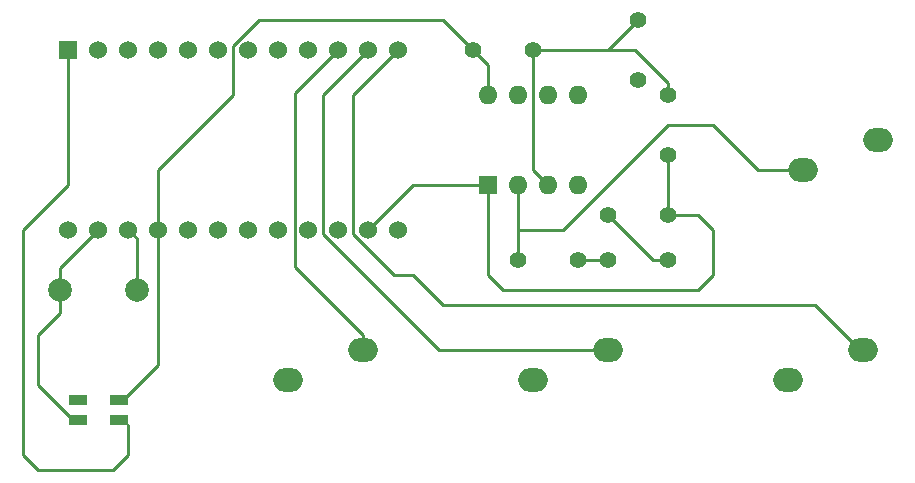
<source format=gbr>
G04 #@! TF.GenerationSoftware,KiCad,Pcbnew,(5.1.2)-1*
G04 #@! TF.CreationDate,2019-05-14T15:55:12+09:00*
G04 #@! TF.ProjectId,pcb,7063622e-6b69-4636-9164-5f7063625858,rev?*
G04 #@! TF.SameCoordinates,Original*
G04 #@! TF.FileFunction,Copper,L1,Top*
G04 #@! TF.FilePolarity,Positive*
%FSLAX46Y46*%
G04 Gerber Fmt 4.6, Leading zero omitted, Abs format (unit mm)*
G04 Created by KiCad (PCBNEW (5.1.2)-1) date 2019-05-14 15:55:12*
%MOMM*%
%LPD*%
G04 APERTURE LIST*
%ADD10C,1.524000*%
%ADD11R,1.524000X1.524000*%
%ADD12O,2.500000X2.000000*%
%ADD13O,1.600000X1.600000*%
%ADD14R,1.600000X1.600000*%
%ADD15C,2.000000*%
%ADD16C,1.397000*%
%ADD17R,1.600000X0.850000*%
%ADD18C,0.250000*%
G04 APERTURE END LIST*
D10*
X62230000Y-157460000D03*
X59690000Y-157460000D03*
X57150000Y-157460000D03*
X54610000Y-157460000D03*
X52070000Y-157460000D03*
X49530000Y-157460000D03*
X46990000Y-157460000D03*
X44450000Y-157460000D03*
X41910000Y-157460000D03*
X39370000Y-157460000D03*
X36830000Y-157460000D03*
X34290000Y-157460000D03*
X62230000Y-142220000D03*
X59690000Y-142220000D03*
X57150000Y-142220000D03*
X54610000Y-142220000D03*
X52070000Y-142220000D03*
X49530000Y-142220000D03*
X46990000Y-142220000D03*
X44450000Y-142220000D03*
X41910000Y-142220000D03*
X39370000Y-142220000D03*
X36830000Y-142220000D03*
D11*
X34290000Y-142220000D03*
D12*
X102870000Y-149860000D03*
X96520000Y-152400000D03*
D13*
X69850000Y-146050000D03*
X77470000Y-153670000D03*
X72390000Y-146050000D03*
X74930000Y-153670000D03*
X74930000Y-146050000D03*
X72390000Y-153670000D03*
X77470000Y-146050000D03*
D14*
X69850000Y-153670000D03*
D12*
X52920000Y-170180000D03*
X59270000Y-167640000D03*
X73660000Y-170180000D03*
X80010000Y-167640000D03*
X95250000Y-170180000D03*
X101600000Y-167640000D03*
D15*
X33580000Y-162560000D03*
X40080000Y-162560000D03*
D16*
X80010000Y-156210000D03*
X85090000Y-156210000D03*
X80010000Y-160020000D03*
X85090000Y-160020000D03*
X77470000Y-160020000D03*
X72390000Y-160020000D03*
X85090000Y-146050000D03*
X85090000Y-151130000D03*
X82550000Y-144780000D03*
X82550000Y-139700000D03*
X73660000Y-142240000D03*
X68580000Y-142240000D03*
D17*
X38580000Y-173595000D03*
X38580000Y-171845000D03*
X35080000Y-173595000D03*
X35080000Y-171845000D03*
D18*
X33580000Y-160710000D02*
X36830000Y-157460000D01*
X33580000Y-162560000D02*
X33580000Y-160710000D01*
X33580000Y-162560000D02*
X33580000Y-164540000D01*
X33580000Y-164540000D02*
X31750000Y-166370000D01*
X34705000Y-173595000D02*
X35080000Y-173595000D01*
X31750000Y-170640000D02*
X34705000Y-173595000D01*
X31750000Y-166370000D02*
X31750000Y-170640000D01*
X38955000Y-171845000D02*
X38580000Y-171845000D01*
X41910000Y-168890000D02*
X38955000Y-171845000D01*
X41910000Y-157460000D02*
X41910000Y-168890000D01*
X41910000Y-157460000D02*
X41910000Y-152400000D01*
X41910000Y-152400000D02*
X48260000Y-146050000D01*
X48260000Y-141881238D02*
X50441238Y-139700000D01*
X48260000Y-146050000D02*
X48260000Y-141881238D01*
X66040000Y-139700000D02*
X68580000Y-142240000D01*
X50441238Y-139700000D02*
X66040000Y-139700000D01*
X69850000Y-143510000D02*
X68580000Y-142240000D01*
X69850000Y-146050000D02*
X69850000Y-143510000D01*
X34290000Y-142220000D02*
X34290000Y-153670000D01*
X34290000Y-153670000D02*
X30480000Y-157480000D01*
X30480000Y-157480000D02*
X30480000Y-176530000D01*
X30480000Y-176530000D02*
X31750000Y-177800000D01*
X31750000Y-177800000D02*
X38100000Y-177800000D01*
X38100000Y-177800000D02*
X39370000Y-176530000D01*
X39370000Y-176530000D02*
X39370000Y-173990000D01*
X80010000Y-142240000D02*
X82550000Y-139700000D01*
X73660000Y-142240000D02*
X80010000Y-142240000D01*
X85090000Y-145062172D02*
X85090000Y-146050000D01*
X82267828Y-142240000D02*
X85090000Y-145062172D01*
X80010000Y-142240000D02*
X82267828Y-142240000D01*
X73660000Y-152400000D02*
X74930000Y-153670000D01*
X73660000Y-142240000D02*
X73660000Y-152400000D01*
X63480000Y-153670000D02*
X59690000Y-157460000D01*
X69850000Y-153670000D02*
X63480000Y-153670000D01*
X85090000Y-151130000D02*
X85090000Y-156210000D01*
X87630000Y-156210000D02*
X85090000Y-156210000D01*
X69850000Y-161290000D02*
X71120000Y-162560000D01*
X69850000Y-153670000D02*
X69850000Y-161290000D01*
X71120000Y-162560000D02*
X87630000Y-162560000D01*
X87630000Y-162560000D02*
X88900000Y-161290000D01*
X88900000Y-161290000D02*
X88900000Y-157480000D01*
X88900000Y-157480000D02*
X87630000Y-156210000D01*
X76200000Y-157480000D02*
X72390000Y-157480000D01*
X72390000Y-157480000D02*
X72390000Y-160020000D01*
X72390000Y-153670000D02*
X72390000Y-157480000D01*
X96520000Y-152400000D02*
X92710000Y-152400000D01*
X92710000Y-152400000D02*
X88900000Y-148590000D01*
X88900000Y-148590000D02*
X85090000Y-148590000D01*
X85090000Y-148590000D02*
X76200000Y-157480000D01*
X80010000Y-160020000D02*
X77470000Y-160020000D01*
X83820000Y-160020000D02*
X80010000Y-156210000D01*
X85090000Y-160020000D02*
X83820000Y-160020000D01*
X40080000Y-158170000D02*
X39370000Y-157460000D01*
X40080000Y-162560000D02*
X40080000Y-158170000D01*
X101350000Y-167640000D02*
X101600000Y-167640000D01*
X97540000Y-163830000D02*
X101350000Y-167640000D01*
X58420000Y-146030000D02*
X58420000Y-157798762D01*
X58420000Y-157798762D02*
X61911238Y-161290000D01*
X61911238Y-161290000D02*
X63500000Y-161290000D01*
X62230000Y-142220000D02*
X58420000Y-146030000D01*
X63500000Y-161290000D02*
X66040000Y-163830000D01*
X66040000Y-163830000D02*
X97540000Y-163830000D01*
X59690000Y-142220000D02*
X55880000Y-146030000D01*
X78510000Y-167640000D02*
X80010000Y-167640000D01*
X65721238Y-167640000D02*
X78510000Y-167640000D01*
X55880000Y-157798762D02*
X65721238Y-167640000D01*
X55880000Y-146030000D02*
X55880000Y-157798762D01*
X59270000Y-166390000D02*
X59270000Y-167640000D01*
X53522999Y-160642999D02*
X59270000Y-166390000D01*
X53522999Y-145847001D02*
X53522999Y-160642999D01*
X57150000Y-142220000D02*
X53522999Y-145847001D01*
M02*

</source>
